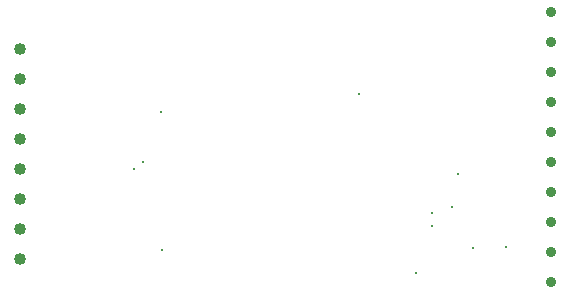
<source format=gbr>
%TF.GenerationSoftware,Altium Limited,Altium Designer,24.4.1 (13)*%
G04 Layer_Color=0*
%FSLAX45Y45*%
%MOMM*%
%TF.SameCoordinates,62A203F9-3C5A-4200-B48A-7B08D2958CDC*%
%TF.FilePolarity,Positive*%
%TF.FileFunction,Plated,1,2,PTH,Drill*%
%TF.Part,Single*%
G01*
G75*
%TA.AperFunction,ComponentDrill*%
%ADD31C,0.88000*%
%ADD32C,1.02000*%
%TA.AperFunction,ViaDrill,NotFilled*%
%ADD33C,0.30480*%
D31*
X16179800Y7239000D02*
D03*
Y7493000D02*
D03*
Y7747000D02*
D03*
Y8001000D02*
D03*
Y8255000D02*
D03*
Y8509000D02*
D03*
Y8763000D02*
D03*
Y9017000D02*
D03*
Y9271000D02*
D03*
Y9525000D02*
D03*
D32*
X11684000Y7429500D02*
D03*
Y7683500D02*
D03*
Y7937500D02*
D03*
Y9207500D02*
D03*
Y8953500D02*
D03*
Y8699500D02*
D03*
Y8445500D02*
D03*
Y8191500D02*
D03*
D33*
X12652695Y8191517D02*
D03*
X12880898Y8677197D02*
D03*
X12726685Y8253715D02*
D03*
X15176500Y7823200D02*
D03*
X15341600Y7874000D02*
D03*
X15036800Y7315200D02*
D03*
X15176500Y7708900D02*
D03*
X15392400Y8153400D02*
D03*
X15522124Y7528893D02*
D03*
X12890500Y7505700D02*
D03*
X15798801Y7531100D02*
D03*
X14554201Y8826500D02*
D03*
%TF.MD5,b7a73aab88bfa039ed0323de14a9c1b4*%
M02*

</source>
